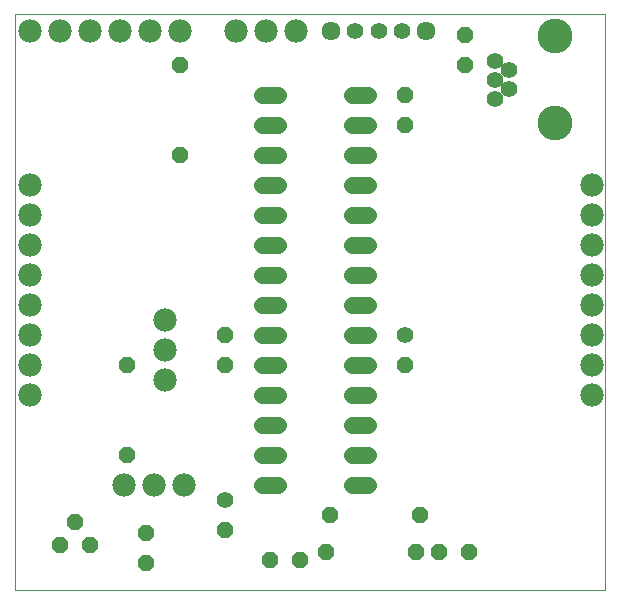
<source format=gts>
G75*
%MOIN*%
%OFA0B0*%
%FSLAX25Y25*%
%IPPOS*%
%LPD*%
%AMOC8*
5,1,8,0,0,1.08239X$1,22.5*
%
%ADD10C,0.00000*%
%ADD11C,0.07800*%
%ADD12OC8,0.05600*%
%ADD13C,0.05600*%
%ADD14C,0.05600*%
%ADD15C,0.05550*%
%ADD16C,0.11620*%
%ADD17C,0.03550*%
%ADD18C,0.04337*%
%ADD19C,0.06337*%
D10*
X0001800Y0001800D02*
X0001800Y0193650D01*
X0198650Y0193650D01*
X0198650Y0001800D01*
X0001800Y0001800D01*
X0105333Y0188050D02*
X0105335Y0188138D01*
X0105341Y0188226D01*
X0105351Y0188314D01*
X0105365Y0188402D01*
X0105382Y0188488D01*
X0105404Y0188574D01*
X0105429Y0188658D01*
X0105459Y0188742D01*
X0105491Y0188824D01*
X0105528Y0188904D01*
X0105568Y0188983D01*
X0105612Y0189060D01*
X0105659Y0189135D01*
X0105709Y0189207D01*
X0105763Y0189278D01*
X0105819Y0189345D01*
X0105879Y0189411D01*
X0105941Y0189473D01*
X0106007Y0189533D01*
X0106074Y0189589D01*
X0106145Y0189643D01*
X0106217Y0189693D01*
X0106292Y0189740D01*
X0106369Y0189784D01*
X0106448Y0189824D01*
X0106528Y0189861D01*
X0106610Y0189893D01*
X0106694Y0189923D01*
X0106778Y0189948D01*
X0106864Y0189970D01*
X0106950Y0189987D01*
X0107038Y0190001D01*
X0107126Y0190011D01*
X0107214Y0190017D01*
X0107302Y0190019D01*
X0107390Y0190017D01*
X0107478Y0190011D01*
X0107566Y0190001D01*
X0107654Y0189987D01*
X0107740Y0189970D01*
X0107826Y0189948D01*
X0107910Y0189923D01*
X0107994Y0189893D01*
X0108076Y0189861D01*
X0108156Y0189824D01*
X0108235Y0189784D01*
X0108312Y0189740D01*
X0108387Y0189693D01*
X0108459Y0189643D01*
X0108530Y0189589D01*
X0108597Y0189533D01*
X0108663Y0189473D01*
X0108725Y0189411D01*
X0108785Y0189345D01*
X0108841Y0189278D01*
X0108895Y0189207D01*
X0108945Y0189135D01*
X0108992Y0189060D01*
X0109036Y0188983D01*
X0109076Y0188904D01*
X0109113Y0188824D01*
X0109145Y0188742D01*
X0109175Y0188658D01*
X0109200Y0188574D01*
X0109222Y0188488D01*
X0109239Y0188402D01*
X0109253Y0188314D01*
X0109263Y0188226D01*
X0109269Y0188138D01*
X0109271Y0188050D01*
X0109269Y0187962D01*
X0109263Y0187874D01*
X0109253Y0187786D01*
X0109239Y0187698D01*
X0109222Y0187612D01*
X0109200Y0187526D01*
X0109175Y0187442D01*
X0109145Y0187358D01*
X0109113Y0187276D01*
X0109076Y0187196D01*
X0109036Y0187117D01*
X0108992Y0187040D01*
X0108945Y0186965D01*
X0108895Y0186893D01*
X0108841Y0186822D01*
X0108785Y0186755D01*
X0108725Y0186689D01*
X0108663Y0186627D01*
X0108597Y0186567D01*
X0108530Y0186511D01*
X0108459Y0186457D01*
X0108387Y0186407D01*
X0108312Y0186360D01*
X0108235Y0186316D01*
X0108156Y0186276D01*
X0108076Y0186239D01*
X0107994Y0186207D01*
X0107910Y0186177D01*
X0107826Y0186152D01*
X0107740Y0186130D01*
X0107654Y0186113D01*
X0107566Y0186099D01*
X0107478Y0186089D01*
X0107390Y0186083D01*
X0107302Y0186081D01*
X0107214Y0186083D01*
X0107126Y0186089D01*
X0107038Y0186099D01*
X0106950Y0186113D01*
X0106864Y0186130D01*
X0106778Y0186152D01*
X0106694Y0186177D01*
X0106610Y0186207D01*
X0106528Y0186239D01*
X0106448Y0186276D01*
X0106369Y0186316D01*
X0106292Y0186360D01*
X0106217Y0186407D01*
X0106145Y0186457D01*
X0106074Y0186511D01*
X0106007Y0186567D01*
X0105941Y0186627D01*
X0105879Y0186689D01*
X0105819Y0186755D01*
X0105763Y0186822D01*
X0105709Y0186893D01*
X0105659Y0186965D01*
X0105612Y0187040D01*
X0105568Y0187117D01*
X0105528Y0187196D01*
X0105491Y0187276D01*
X0105459Y0187358D01*
X0105429Y0187442D01*
X0105404Y0187526D01*
X0105382Y0187612D01*
X0105365Y0187698D01*
X0105351Y0187786D01*
X0105341Y0187874D01*
X0105335Y0187962D01*
X0105333Y0188050D01*
X0113601Y0188050D02*
X0113603Y0188129D01*
X0113609Y0188208D01*
X0113619Y0188287D01*
X0113633Y0188365D01*
X0113650Y0188442D01*
X0113672Y0188518D01*
X0113697Y0188593D01*
X0113727Y0188666D01*
X0113759Y0188738D01*
X0113796Y0188809D01*
X0113836Y0188877D01*
X0113879Y0188943D01*
X0113925Y0189007D01*
X0113975Y0189069D01*
X0114028Y0189128D01*
X0114083Y0189184D01*
X0114142Y0189238D01*
X0114203Y0189288D01*
X0114266Y0189336D01*
X0114332Y0189380D01*
X0114400Y0189421D01*
X0114470Y0189458D01*
X0114541Y0189492D01*
X0114615Y0189522D01*
X0114689Y0189548D01*
X0114765Y0189570D01*
X0114842Y0189589D01*
X0114920Y0189604D01*
X0114998Y0189615D01*
X0115077Y0189622D01*
X0115156Y0189625D01*
X0115235Y0189624D01*
X0115314Y0189619D01*
X0115393Y0189610D01*
X0115471Y0189597D01*
X0115548Y0189580D01*
X0115625Y0189560D01*
X0115700Y0189535D01*
X0115774Y0189507D01*
X0115847Y0189475D01*
X0115917Y0189440D01*
X0115986Y0189401D01*
X0116053Y0189358D01*
X0116118Y0189312D01*
X0116180Y0189264D01*
X0116240Y0189212D01*
X0116297Y0189157D01*
X0116351Y0189099D01*
X0116402Y0189039D01*
X0116450Y0188976D01*
X0116495Y0188911D01*
X0116537Y0188843D01*
X0116575Y0188774D01*
X0116609Y0188703D01*
X0116640Y0188630D01*
X0116668Y0188555D01*
X0116691Y0188480D01*
X0116711Y0188403D01*
X0116727Y0188326D01*
X0116739Y0188247D01*
X0116747Y0188169D01*
X0116751Y0188090D01*
X0116751Y0188010D01*
X0116747Y0187931D01*
X0116739Y0187853D01*
X0116727Y0187774D01*
X0116711Y0187697D01*
X0116691Y0187620D01*
X0116668Y0187545D01*
X0116640Y0187470D01*
X0116609Y0187397D01*
X0116575Y0187326D01*
X0116537Y0187257D01*
X0116495Y0187189D01*
X0116450Y0187124D01*
X0116402Y0187061D01*
X0116351Y0187001D01*
X0116297Y0186943D01*
X0116240Y0186888D01*
X0116180Y0186836D01*
X0116118Y0186788D01*
X0116053Y0186742D01*
X0115986Y0186699D01*
X0115917Y0186660D01*
X0115847Y0186625D01*
X0115774Y0186593D01*
X0115700Y0186565D01*
X0115625Y0186540D01*
X0115548Y0186520D01*
X0115471Y0186503D01*
X0115393Y0186490D01*
X0115314Y0186481D01*
X0115235Y0186476D01*
X0115156Y0186475D01*
X0115077Y0186478D01*
X0114998Y0186485D01*
X0114920Y0186496D01*
X0114842Y0186511D01*
X0114765Y0186530D01*
X0114689Y0186552D01*
X0114615Y0186578D01*
X0114541Y0186608D01*
X0114470Y0186642D01*
X0114400Y0186679D01*
X0114332Y0186720D01*
X0114266Y0186764D01*
X0114203Y0186812D01*
X0114142Y0186862D01*
X0114083Y0186916D01*
X0114028Y0186972D01*
X0113975Y0187031D01*
X0113925Y0187093D01*
X0113879Y0187157D01*
X0113836Y0187223D01*
X0113796Y0187291D01*
X0113759Y0187362D01*
X0113727Y0187434D01*
X0113697Y0187507D01*
X0113672Y0187582D01*
X0113650Y0187658D01*
X0113633Y0187735D01*
X0113619Y0187813D01*
X0113609Y0187892D01*
X0113603Y0187971D01*
X0113601Y0188050D01*
X0121475Y0188050D02*
X0121477Y0188129D01*
X0121483Y0188208D01*
X0121493Y0188287D01*
X0121507Y0188365D01*
X0121524Y0188442D01*
X0121546Y0188518D01*
X0121571Y0188593D01*
X0121601Y0188666D01*
X0121633Y0188738D01*
X0121670Y0188809D01*
X0121710Y0188877D01*
X0121753Y0188943D01*
X0121799Y0189007D01*
X0121849Y0189069D01*
X0121902Y0189128D01*
X0121957Y0189184D01*
X0122016Y0189238D01*
X0122077Y0189288D01*
X0122140Y0189336D01*
X0122206Y0189380D01*
X0122274Y0189421D01*
X0122344Y0189458D01*
X0122415Y0189492D01*
X0122489Y0189522D01*
X0122563Y0189548D01*
X0122639Y0189570D01*
X0122716Y0189589D01*
X0122794Y0189604D01*
X0122872Y0189615D01*
X0122951Y0189622D01*
X0123030Y0189625D01*
X0123109Y0189624D01*
X0123188Y0189619D01*
X0123267Y0189610D01*
X0123345Y0189597D01*
X0123422Y0189580D01*
X0123499Y0189560D01*
X0123574Y0189535D01*
X0123648Y0189507D01*
X0123721Y0189475D01*
X0123791Y0189440D01*
X0123860Y0189401D01*
X0123927Y0189358D01*
X0123992Y0189312D01*
X0124054Y0189264D01*
X0124114Y0189212D01*
X0124171Y0189157D01*
X0124225Y0189099D01*
X0124276Y0189039D01*
X0124324Y0188976D01*
X0124369Y0188911D01*
X0124411Y0188843D01*
X0124449Y0188774D01*
X0124483Y0188703D01*
X0124514Y0188630D01*
X0124542Y0188555D01*
X0124565Y0188480D01*
X0124585Y0188403D01*
X0124601Y0188326D01*
X0124613Y0188247D01*
X0124621Y0188169D01*
X0124625Y0188090D01*
X0124625Y0188010D01*
X0124621Y0187931D01*
X0124613Y0187853D01*
X0124601Y0187774D01*
X0124585Y0187697D01*
X0124565Y0187620D01*
X0124542Y0187545D01*
X0124514Y0187470D01*
X0124483Y0187397D01*
X0124449Y0187326D01*
X0124411Y0187257D01*
X0124369Y0187189D01*
X0124324Y0187124D01*
X0124276Y0187061D01*
X0124225Y0187001D01*
X0124171Y0186943D01*
X0124114Y0186888D01*
X0124054Y0186836D01*
X0123992Y0186788D01*
X0123927Y0186742D01*
X0123860Y0186699D01*
X0123791Y0186660D01*
X0123721Y0186625D01*
X0123648Y0186593D01*
X0123574Y0186565D01*
X0123499Y0186540D01*
X0123422Y0186520D01*
X0123345Y0186503D01*
X0123267Y0186490D01*
X0123188Y0186481D01*
X0123109Y0186476D01*
X0123030Y0186475D01*
X0122951Y0186478D01*
X0122872Y0186485D01*
X0122794Y0186496D01*
X0122716Y0186511D01*
X0122639Y0186530D01*
X0122563Y0186552D01*
X0122489Y0186578D01*
X0122415Y0186608D01*
X0122344Y0186642D01*
X0122274Y0186679D01*
X0122206Y0186720D01*
X0122140Y0186764D01*
X0122077Y0186812D01*
X0122016Y0186862D01*
X0121957Y0186916D01*
X0121902Y0186972D01*
X0121849Y0187031D01*
X0121799Y0187093D01*
X0121753Y0187157D01*
X0121710Y0187223D01*
X0121670Y0187291D01*
X0121633Y0187362D01*
X0121601Y0187434D01*
X0121571Y0187507D01*
X0121546Y0187582D01*
X0121524Y0187658D01*
X0121507Y0187735D01*
X0121493Y0187813D01*
X0121483Y0187892D01*
X0121477Y0187971D01*
X0121475Y0188050D01*
X0129349Y0188050D02*
X0129351Y0188129D01*
X0129357Y0188208D01*
X0129367Y0188287D01*
X0129381Y0188365D01*
X0129398Y0188442D01*
X0129420Y0188518D01*
X0129445Y0188593D01*
X0129475Y0188666D01*
X0129507Y0188738D01*
X0129544Y0188809D01*
X0129584Y0188877D01*
X0129627Y0188943D01*
X0129673Y0189007D01*
X0129723Y0189069D01*
X0129776Y0189128D01*
X0129831Y0189184D01*
X0129890Y0189238D01*
X0129951Y0189288D01*
X0130014Y0189336D01*
X0130080Y0189380D01*
X0130148Y0189421D01*
X0130218Y0189458D01*
X0130289Y0189492D01*
X0130363Y0189522D01*
X0130437Y0189548D01*
X0130513Y0189570D01*
X0130590Y0189589D01*
X0130668Y0189604D01*
X0130746Y0189615D01*
X0130825Y0189622D01*
X0130904Y0189625D01*
X0130983Y0189624D01*
X0131062Y0189619D01*
X0131141Y0189610D01*
X0131219Y0189597D01*
X0131296Y0189580D01*
X0131373Y0189560D01*
X0131448Y0189535D01*
X0131522Y0189507D01*
X0131595Y0189475D01*
X0131665Y0189440D01*
X0131734Y0189401D01*
X0131801Y0189358D01*
X0131866Y0189312D01*
X0131928Y0189264D01*
X0131988Y0189212D01*
X0132045Y0189157D01*
X0132099Y0189099D01*
X0132150Y0189039D01*
X0132198Y0188976D01*
X0132243Y0188911D01*
X0132285Y0188843D01*
X0132323Y0188774D01*
X0132357Y0188703D01*
X0132388Y0188630D01*
X0132416Y0188555D01*
X0132439Y0188480D01*
X0132459Y0188403D01*
X0132475Y0188326D01*
X0132487Y0188247D01*
X0132495Y0188169D01*
X0132499Y0188090D01*
X0132499Y0188010D01*
X0132495Y0187931D01*
X0132487Y0187853D01*
X0132475Y0187774D01*
X0132459Y0187697D01*
X0132439Y0187620D01*
X0132416Y0187545D01*
X0132388Y0187470D01*
X0132357Y0187397D01*
X0132323Y0187326D01*
X0132285Y0187257D01*
X0132243Y0187189D01*
X0132198Y0187124D01*
X0132150Y0187061D01*
X0132099Y0187001D01*
X0132045Y0186943D01*
X0131988Y0186888D01*
X0131928Y0186836D01*
X0131866Y0186788D01*
X0131801Y0186742D01*
X0131734Y0186699D01*
X0131665Y0186660D01*
X0131595Y0186625D01*
X0131522Y0186593D01*
X0131448Y0186565D01*
X0131373Y0186540D01*
X0131296Y0186520D01*
X0131219Y0186503D01*
X0131141Y0186490D01*
X0131062Y0186481D01*
X0130983Y0186476D01*
X0130904Y0186475D01*
X0130825Y0186478D01*
X0130746Y0186485D01*
X0130668Y0186496D01*
X0130590Y0186511D01*
X0130513Y0186530D01*
X0130437Y0186552D01*
X0130363Y0186578D01*
X0130289Y0186608D01*
X0130218Y0186642D01*
X0130148Y0186679D01*
X0130080Y0186720D01*
X0130014Y0186764D01*
X0129951Y0186812D01*
X0129890Y0186862D01*
X0129831Y0186916D01*
X0129776Y0186972D01*
X0129723Y0187031D01*
X0129673Y0187093D01*
X0129627Y0187157D01*
X0129584Y0187223D01*
X0129544Y0187291D01*
X0129507Y0187362D01*
X0129475Y0187434D01*
X0129445Y0187507D01*
X0129420Y0187582D01*
X0129398Y0187658D01*
X0129381Y0187735D01*
X0129367Y0187813D01*
X0129357Y0187892D01*
X0129351Y0187971D01*
X0129349Y0188050D01*
X0136829Y0188050D02*
X0136831Y0188138D01*
X0136837Y0188226D01*
X0136847Y0188314D01*
X0136861Y0188402D01*
X0136878Y0188488D01*
X0136900Y0188574D01*
X0136925Y0188658D01*
X0136955Y0188742D01*
X0136987Y0188824D01*
X0137024Y0188904D01*
X0137064Y0188983D01*
X0137108Y0189060D01*
X0137155Y0189135D01*
X0137205Y0189207D01*
X0137259Y0189278D01*
X0137315Y0189345D01*
X0137375Y0189411D01*
X0137437Y0189473D01*
X0137503Y0189533D01*
X0137570Y0189589D01*
X0137641Y0189643D01*
X0137713Y0189693D01*
X0137788Y0189740D01*
X0137865Y0189784D01*
X0137944Y0189824D01*
X0138024Y0189861D01*
X0138106Y0189893D01*
X0138190Y0189923D01*
X0138274Y0189948D01*
X0138360Y0189970D01*
X0138446Y0189987D01*
X0138534Y0190001D01*
X0138622Y0190011D01*
X0138710Y0190017D01*
X0138798Y0190019D01*
X0138886Y0190017D01*
X0138974Y0190011D01*
X0139062Y0190001D01*
X0139150Y0189987D01*
X0139236Y0189970D01*
X0139322Y0189948D01*
X0139406Y0189923D01*
X0139490Y0189893D01*
X0139572Y0189861D01*
X0139652Y0189824D01*
X0139731Y0189784D01*
X0139808Y0189740D01*
X0139883Y0189693D01*
X0139955Y0189643D01*
X0140026Y0189589D01*
X0140093Y0189533D01*
X0140159Y0189473D01*
X0140221Y0189411D01*
X0140281Y0189345D01*
X0140337Y0189278D01*
X0140391Y0189207D01*
X0140441Y0189135D01*
X0140488Y0189060D01*
X0140532Y0188983D01*
X0140572Y0188904D01*
X0140609Y0188824D01*
X0140641Y0188742D01*
X0140671Y0188658D01*
X0140696Y0188574D01*
X0140718Y0188488D01*
X0140735Y0188402D01*
X0140749Y0188314D01*
X0140759Y0188226D01*
X0140765Y0188138D01*
X0140767Y0188050D01*
X0140765Y0187962D01*
X0140759Y0187874D01*
X0140749Y0187786D01*
X0140735Y0187698D01*
X0140718Y0187612D01*
X0140696Y0187526D01*
X0140671Y0187442D01*
X0140641Y0187358D01*
X0140609Y0187276D01*
X0140572Y0187196D01*
X0140532Y0187117D01*
X0140488Y0187040D01*
X0140441Y0186965D01*
X0140391Y0186893D01*
X0140337Y0186822D01*
X0140281Y0186755D01*
X0140221Y0186689D01*
X0140159Y0186627D01*
X0140093Y0186567D01*
X0140026Y0186511D01*
X0139955Y0186457D01*
X0139883Y0186407D01*
X0139808Y0186360D01*
X0139731Y0186316D01*
X0139652Y0186276D01*
X0139572Y0186239D01*
X0139490Y0186207D01*
X0139406Y0186177D01*
X0139322Y0186152D01*
X0139236Y0186130D01*
X0139150Y0186113D01*
X0139062Y0186099D01*
X0138974Y0186089D01*
X0138886Y0186083D01*
X0138798Y0186081D01*
X0138710Y0186083D01*
X0138622Y0186089D01*
X0138534Y0186099D01*
X0138446Y0186113D01*
X0138360Y0186130D01*
X0138274Y0186152D01*
X0138190Y0186177D01*
X0138106Y0186207D01*
X0138024Y0186239D01*
X0137944Y0186276D01*
X0137865Y0186316D01*
X0137788Y0186360D01*
X0137713Y0186407D01*
X0137641Y0186457D01*
X0137570Y0186511D01*
X0137503Y0186567D01*
X0137437Y0186627D01*
X0137375Y0186689D01*
X0137315Y0186755D01*
X0137259Y0186822D01*
X0137205Y0186893D01*
X0137155Y0186965D01*
X0137108Y0187040D01*
X0137064Y0187117D01*
X0137024Y0187196D01*
X0136987Y0187276D01*
X0136955Y0187358D01*
X0136925Y0187442D01*
X0136900Y0187526D01*
X0136878Y0187612D01*
X0136861Y0187698D01*
X0136847Y0187786D01*
X0136837Y0187874D01*
X0136831Y0187962D01*
X0136829Y0188050D01*
D11*
X0095550Y0188050D03*
X0085550Y0188050D03*
X0075550Y0188050D03*
X0056800Y0188050D03*
X0046800Y0188050D03*
X0036800Y0188050D03*
X0026800Y0188050D03*
X0016800Y0188050D03*
X0006800Y0188050D03*
X0006800Y0136800D03*
X0006800Y0126800D03*
X0006800Y0116800D03*
X0006800Y0106800D03*
X0006800Y0096800D03*
X0006800Y0086800D03*
X0006800Y0076800D03*
X0006800Y0066800D03*
X0038050Y0036800D03*
X0048050Y0036800D03*
X0058050Y0036800D03*
X0051800Y0071800D03*
X0051800Y0081800D03*
X0051800Y0091800D03*
X0194300Y0086800D03*
X0194300Y0076800D03*
X0194300Y0066800D03*
X0194300Y0096800D03*
X0194300Y0106800D03*
X0194300Y0116800D03*
X0194300Y0126800D03*
X0194300Y0136800D03*
D12*
X0151800Y0176800D03*
X0151800Y0186800D03*
X0131800Y0166800D03*
X0131800Y0156800D03*
X0071800Y0086800D03*
X0071800Y0076800D03*
X0039300Y0076800D03*
X0039300Y0046800D03*
X0021800Y0024300D03*
X0016800Y0016800D03*
X0026800Y0016800D03*
X0045550Y0020550D03*
X0045550Y0010550D03*
X0071800Y0021800D03*
X0086800Y0011800D03*
X0096800Y0011800D03*
X0105550Y0014300D03*
X0106800Y0026800D03*
X0135550Y0014300D03*
X0143050Y0014300D03*
X0153050Y0014300D03*
X0136800Y0026800D03*
X0131800Y0076800D03*
X0056800Y0146800D03*
X0056800Y0176800D03*
D13*
X0131800Y0086800D03*
X0071800Y0031800D03*
D14*
X0084200Y0036800D02*
X0089400Y0036800D01*
X0089400Y0046800D02*
X0084200Y0046800D01*
X0084200Y0056800D02*
X0089400Y0056800D01*
X0089400Y0066800D02*
X0084200Y0066800D01*
X0084200Y0076800D02*
X0089400Y0076800D01*
X0089400Y0086800D02*
X0084200Y0086800D01*
X0084200Y0096800D02*
X0089400Y0096800D01*
X0089400Y0106800D02*
X0084200Y0106800D01*
X0084200Y0116800D02*
X0089400Y0116800D01*
X0089400Y0126800D02*
X0084200Y0126800D01*
X0084200Y0136800D02*
X0089400Y0136800D01*
X0089400Y0146800D02*
X0084200Y0146800D01*
X0084200Y0156800D02*
X0089400Y0156800D01*
X0089400Y0166800D02*
X0084200Y0166800D01*
X0114200Y0166800D02*
X0119400Y0166800D01*
X0119400Y0156800D02*
X0114200Y0156800D01*
X0114200Y0146800D02*
X0119400Y0146800D01*
X0119400Y0136800D02*
X0114200Y0136800D01*
X0114200Y0126800D02*
X0119400Y0126800D01*
X0119400Y0116800D02*
X0114200Y0116800D01*
X0114200Y0106800D02*
X0119400Y0106800D01*
X0119400Y0096800D02*
X0114200Y0096800D01*
X0114200Y0086800D02*
X0119400Y0086800D01*
X0119400Y0076800D02*
X0114200Y0076800D01*
X0114200Y0066800D02*
X0119400Y0066800D01*
X0119400Y0056800D02*
X0114200Y0056800D01*
X0114200Y0046800D02*
X0119400Y0046800D01*
X0119400Y0036800D02*
X0114200Y0036800D01*
D15*
X0161721Y0165501D03*
X0166446Y0168650D03*
X0161721Y0171800D03*
X0166446Y0174950D03*
X0161721Y0178099D03*
X0130924Y0188050D03*
X0123050Y0188050D03*
X0115176Y0188050D03*
D16*
X0181800Y0186170D03*
X0181800Y0157430D03*
D17*
X0130924Y0188050D03*
X0123050Y0188050D03*
X0115176Y0188050D03*
D18*
X0107302Y0188050D03*
X0138798Y0188050D03*
D19*
X0138798Y0188050D03*
X0107302Y0188050D03*
M02*

</source>
